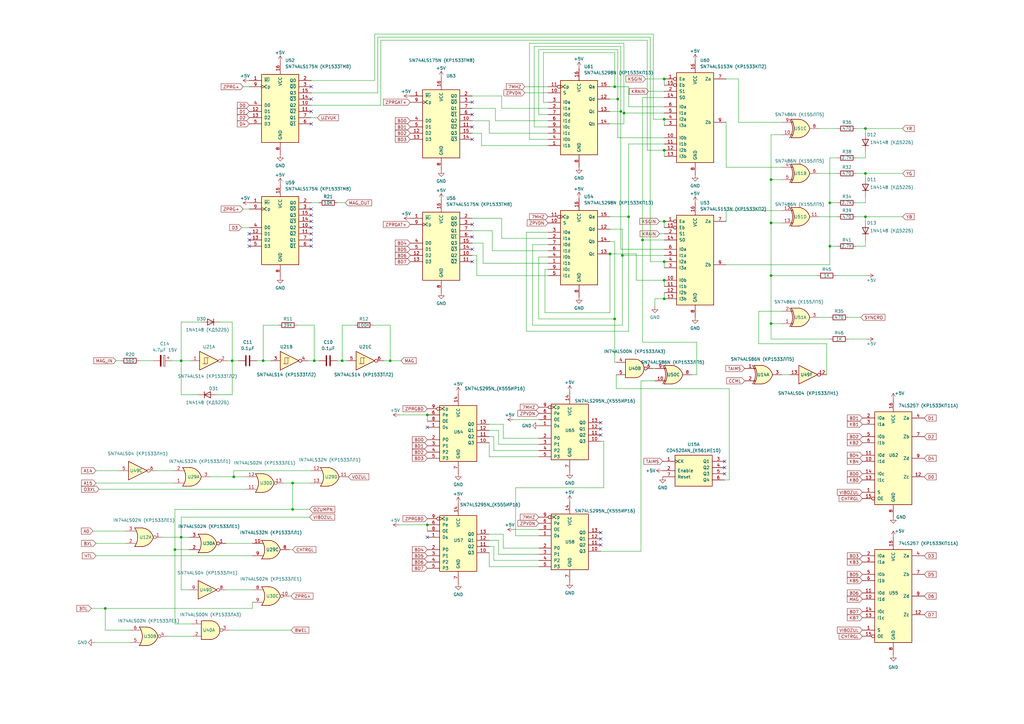
<source format=kicad_sch>
(kicad_sch (version 20211123) (generator eeschema)
  (paper "A3")
  (title_block (comment 2 "Евстафьев"))
  (junction (at 255.27 104.775))
  (junction (at 831.215 113.665))
  (junction (at 831.215 139.065))
  (junction (at 815.975 139.065))
  (junction (at 316.23 132.715))
  (junction (at 263.525 98.425))
  (junction (at 354.965 52.705))
  (junction (at 899.795 139.065))
  (junction (at 71.755 225.425))
  (junction (at 899.795 113.665))
  (junction (at 815.975 113.665))
  (junction (at 175.26 170.18))
  (junction (at 316.23 91.44))
  (junction (at 316.23 73.66))
  (junction (at 107.95 147.955))
  (junction (at 864.87 139.065))
  (junction (at 140.335 147.955))
  (junction (at 272.415 48.895))
  (junction (at 254.635 45.72))
  (junction (at 95.885 195.58))
  (junction (at 272.415 122.555))
  (junction (at 74.295 147.955))
  (junction (at 800.1 113.665))
  (junction (at 252.095 35.56))
  (junction (at 252.095 130.81))
  (junction (at 43.18 249.555))
  (junction (at 255.905 46.355))
  (junction (at 95.25 147.955))
  (junction (at 257.81 88.9))
  (junction (at 864.87 113.665))
  (junction (at 175.26 215.265))
  (junction (at 354.965 71.12))
  (junction (at 272.415 114.935))
  (junction (at 74.295 220.345))
  (junction (at 272.415 90.805))
  (junction (at 120.015 198.12))
  (junction (at 848.36 139.065))
  (junction (at 120.015 208.915))
  (junction (at 340.36 83.185))
  (junction (at 881.38 139.065))
  (junction (at 316.23 113.03))
  (junction (at 272.415 61.595))
  (junction (at 160.02 147.955))
  (junction (at 354.965 88.9))
  (junction (at 340.36 100.965))
  (junction (at 128.905 147.955))
  (junction (at 272.415 32.385))
  (junction (at 272.415 107.315))
  (junction (at 881.38 113.665))
  (junction (at 250.19 104.14))
  (junction (at 848.36 113.665))
  (junction (at 253.365 40.64))
  (junction (at 800.1 139.065))
  (no_connect (at 768.35 175.895))
  (no_connect (at 720.09 206.375))
  (no_connect (at 193.675 102.235))
  (no_connect (at 783.59 206.375))
  (no_connect (at 127.635 100.965))
  (no_connect (at 102.235 95.885))
  (no_connect (at 829.945 240.665))
  (no_connect (at 1003.3 201.93))
  (no_connect (at 102.235 100.965))
  (no_connect (at 127.635 85.725))
  (no_connect (at 127.635 90.805))
  (no_connect (at 988.06 232.41))
  (no_connect (at 806.45 240.665))
  (no_connect (at 739.14 241.935))
  (no_connect (at 988.06 199.39))
  (no_connect (at 797.56 240.665))
  (no_connect (at 127.635 93.345))
  (no_connect (at 988.06 186.055))
  (no_connect (at 246.38 178.435))
  (no_connect (at 297.18 194.31))
  (no_connect (at 193.675 41.91))
  (no_connect (at 193.675 97.155))
  (no_connect (at 788.035 175.895))
  (no_connect (at 246.38 173.355))
  (no_connect (at 723.9 244.475))
  (no_connect (at 127.635 88.265))
  (no_connect (at 246.38 223.52))
  (no_connect (at 821.69 240.665))
  (no_connect (at 246.38 218.44))
  (no_connect (at 246.38 175.895))
  (no_connect (at 783.59 173.355))
  (no_connect (at 193.675 107.315))
  (no_connect (at 127.635 95.885))
  (no_connect (at 297.18 189.23))
  (no_connect (at 297.18 191.77))
  (no_connect (at 127.635 98.425))
  (no_connect (at 704.85 206.375))
  (no_connect (at 127.635 40.64))
  (no_connect (at 127.635 35.56))
  (no_connect (at 723.9 239.395))
  (no_connect (at 175.26 220.345))
  (no_connect (at 1003.3 229.87))
  (no_connect (at 246.38 220.98))
  (no_connect (at 988.06 191.135))
  (no_connect (at 845.185 240.665))
  (no_connect (at 782.32 240.665))
  (no_connect (at 127.635 45.72))
  (no_connect (at 798.83 206.375))
  (no_connect (at 803.275 173.355))
  (no_connect (at 175.26 175.26))
  (no_connect (at 102.235 98.425))
  (no_connect (at 1003.3 188.595))
  (no_connect (at 193.675 92.075))
  (no_connect (at 988.06 204.47))
  (no_connect (at 193.675 52.07))
  (no_connect (at 788.035 170.815))
  (no_connect (at 768.35 170.815))
  (no_connect (at 193.675 57.15))
  (no_connect (at 988.06 227.33))
  (no_connect (at 193.675 46.99))
  (no_connect (at 127.635 50.8))
  (wire (pts (xy 220.98 46.99) (xy 220.98 20.32)))
  (wire (pts (xy 257.81 135.89) (xy 215.9 135.89)))
  (wire (pts (xy 254.635 45.72) (xy 250.19 45.72)))
  (wire (pts (xy 210.82 172.085) (xy 220.98 172.085)))
  (wire (pts (xy 253.365 56.515) (xy 253.365 40.64)))
  (wire (pts (xy 257.81 59.055) (xy 272.415 59.055)))
  (wire (pts (xy 156.21 16.51) (xy 156.21 43.18)))
  (wire (pts (xy 270.51 95.885) (xy 272.415 95.885)))
  (wire (pts (xy 320.675 153.67) (xy 323.85 153.67)))
  (wire (pts (xy 254.635 102.235) (xy 272.415 102.235)))
  (wire (pts (xy 224.79 41.91) (xy 222.885 41.91)))
  (wire (pts (xy 82.55 132.08) (xy 74.295 132.08)))
  (wire (pts (xy 86.36 195.58) (xy 95.885 195.58)))
  (wire (pts (xy 340.36 83.185) (xy 343.535 83.185)))
  (wire (pts (xy 881.38 139.065) (xy 899.795 139.065)))
  (wire (pts (xy 316.23 132.715) (xy 316.23 113.03)))
  (wire (pts (xy 260.985 114.935) (xy 260.985 104.14)))
  (wire (pts (xy 355.6 113.03) (xy 342.9 113.03)))
  (wire (pts (xy 311.15 127.635) (xy 320.675 127.635)))
  (wire (pts (xy 195.58 104.775) (xy 195.58 113.03)))
  (wire (pts (xy 272.415 61.595) (xy 265.43 61.595)))
  (wire (pts (xy 202.565 224.155) (xy 202.565 229.87)))
  (wire (pts (xy 316.23 73.66) (xy 320.675 73.66)))
  (wire (pts (xy 43.18 258.445) (xy 43.18 249.555)))
  (wire (pts (xy 127.635 193.04) (xy 95.885 193.04)))
  (wire (pts (xy 68.58 260.985) (xy 78.74 260.985)))
  (wire (pts (xy 800.1 113.665) (xy 815.975 113.665)))
  (wire (pts (xy 285.75 140.335) (xy 285.75 153.67)))
  (wire (pts (xy 257.81 88.9) (xy 257.81 59.055)))
  (wire (pts (xy 297.815 50.165) (xy 297.815 68.58)))
  (wire (pts (xy 335.915 52.705) (xy 343.535 52.705)))
  (wire (pts (xy 95.25 161.925) (xy 95.25 147.955)))
  (wire (pts (xy 47.625 147.955) (xy 49.53 147.955)))
  (wire (pts (xy 815.975 113.665) (xy 831.215 113.665)))
  (wire (pts (xy 160.02 147.955) (xy 164.465 147.955)))
  (wire (pts (xy 223.52 110.49) (xy 223.52 128.27)))
  (wire (pts (xy 272.415 90.805) (xy 272.415 93.345)))
  (wire (pts (xy 254.635 45.72) (xy 254.635 102.235)))
  (wire (pts (xy 848.36 113.665) (xy 864.87 113.665)))
  (wire (pts (xy 140.335 133.35) (xy 140.335 147.955)))
  (wire (pts (xy 272.415 56.515) (xy 253.365 56.515)))
  (wire (pts (xy 202.565 179.07) (xy 202.565 184.785)))
  (wire (pts (xy 255.27 104.775) (xy 255.27 93.98)))
  (wire (pts (xy 268.605 151.13) (xy 267.97 151.13)))
  (wire (pts (xy 210.82 217.17) (xy 220.98 217.17)))
  (wire (pts (xy 247.65 200.025) (xy 211.455 200.025)))
  (wire (pts (xy 202.565 184.785) (xy 220.98 184.785)))
  (wire (pts (xy 297.815 90.805) (xy 297.815 86.36)))
  (wire (pts (xy 116.205 198.12) (xy 120.015 198.12)))
  (wire (pts (xy 205.74 44.45) (xy 224.79 44.45)))
  (wire (pts (xy 204.47 227.33) (xy 220.98 227.33)))
  (wire (pts (xy 881.38 113.665) (xy 899.795 113.665)))
  (wire (pts (xy 340.36 100.965) (xy 340.36 83.185)))
  (wire (pts (xy 93.98 258.445) (xy 119.38 258.445)))
  (wire (pts (xy 257.81 43.815) (xy 257.81 35.56)))
  (wire (pts (xy 297.18 196.85) (xy 299.085 196.85)))
  (wire (pts (xy 354.965 80.645) (xy 354.965 83.185)))
  (wire (pts (xy 272.415 107.315) (xy 272.415 109.855)))
  (wire (pts (xy 262.89 226.06) (xy 262.89 156.21)))
  (wire (pts (xy 107.95 133.35) (xy 107.95 147.955)))
  (wire (pts (xy 204.47 221.615) (xy 204.47 227.33)))
  (wire (pts (xy 354.965 52.705) (xy 354.965 54.61)))
  (wire (pts (xy 154.94 15.24) (xy 266.7 15.24)))
  (wire (pts (xy 74.295 212.09) (xy 74.295 220.345)))
  (wire (pts (xy 220.98 20.32) (xy 253.365 20.32)))
  (wire (pts (xy 153.035 133.35) (xy 160.02 133.35)))
  (wire (pts (xy 88.9 161.925) (xy 95.25 161.925)))
  (wire (pts (xy 193.675 104.775) (xy 195.58 104.775)))
  (wire (pts (xy 848.36 139.065) (xy 864.87 139.065)))
  (wire (pts (xy 250.19 128.27) (xy 250.19 104.14)))
  (wire (pts (xy 74.295 147.955) (xy 78.105 147.955)))
  (wire (pts (xy 339.09 153.67) (xy 339.09 140.97)))
  (wire (pts (xy 257.81 88.9) (xy 257.81 135.89)))
  (wire (pts (xy 39.37 222.885) (xy 51.435 222.885)))
  (wire (pts (xy 103.505 249.555) (xy 43.18 249.555)))
  (wire (pts (xy 195.58 113.03) (xy 224.79 113.03)))
  (wire (pts (xy 215.265 38.1) (xy 224.79 38.1)))
  (wire (pts (xy 354.965 52.705) (xy 370.205 52.705)))
  (wire (pts (xy 320.675 132.715) (xy 316.23 132.715)))
  (wire (pts (xy 297.815 108.585) (xy 340.36 108.585)))
  (wire (pts (xy 263.525 40.005) (xy 263.525 98.425)))
  (wire (pts (xy 250.19 99.06) (xy 252.095 99.06)))
  (wire (pts (xy 120.015 225.425) (xy 118.745 225.425)))
  (wire (pts (xy 200.66 232.41) (xy 220.98 232.41)))
  (wire (pts (xy 215.9 95.25) (xy 224.79 95.25)))
  (wire (pts (xy 99.695 85.725) (xy 102.235 85.725)))
  (wire (pts (xy 815.975 139.065) (xy 831.215 139.065)))
  (wire (pts (xy 302.895 32.385) (xy 302.895 50.165)))
  (wire (pts (xy 255.905 50.8) (xy 250.19 50.8)))
  (wire (pts (xy 140.335 147.955) (xy 142.24 147.955)))
  (wire (pts (xy 119.38 244.475) (xy 118.745 244.475)))
  (wire (pts (xy 355.6 139.065) (xy 347.98 139.065)))
  (wire (pts (xy 250.19 88.9) (xy 257.81 88.9)))
  (wire (pts (xy 272.415 98.425) (xy 263.525 98.425)))
  (wire (pts (xy 193.675 94.615) (xy 201.93 94.615)))
  (wire (pts (xy 266.7 107.315) (xy 272.415 107.315)))
  (wire (pts (xy 200.66 49.53) (xy 200.66 54.61)))
  (wire (pts (xy 272.415 48.895) (xy 272.415 51.435)))
  (wire (pts (xy 247.65 180.975) (xy 247.65 200.025)))
  (wire (pts (xy 262.89 156.21) (xy 268.605 156.21)))
  (wire (pts (xy 316.23 113.03) (xy 335.28 113.03)))
  (wire (pts (xy 206.375 179.705) (xy 220.98 179.705)))
  (wire (pts (xy 354.965 83.185) (xy 351.155 83.185)))
  (wire (pts (xy 74.295 132.08) (xy 74.295 147.955)))
  (wire (pts (xy 302.895 50.165) (xy 320.675 50.165)))
  (wire (pts (xy 272.415 61.595) (xy 272.415 64.135)))
  (wire (pts (xy 95.885 193.04) (xy 95.885 195.58)))
  (wire (pts (xy 197.485 54.61) (xy 197.485 59.69)))
  (wire (pts (xy 339.09 140.97) (xy 311.15 140.97)))
  (wire (pts (xy 93.345 147.955) (xy 95.25 147.955)))
  (wire (pts (xy 267.97 13.97) (xy 267.97 48.895)))
  (wire (pts (xy 193.675 39.37) (xy 205.74 39.37)))
  (wire (pts (xy 266.065 37.465) (xy 272.415 37.465)))
  (wire (pts (xy 272.415 114.935) (xy 260.985 114.935)))
  (wire (pts (xy 175.26 170.18) (xy 175.26 172.72)))
  (wire (pts (xy 198.12 99.695) (xy 198.12 107.95)))
  (wire (pts (xy 203.2 49.53) (xy 224.79 49.53)))
  (wire (pts (xy 255.905 46.355) (xy 255.905 50.8)))
  (wire (pts (xy 320.675 55.245) (xy 316.23 55.245)))
  (wire (pts (xy 57.15 147.955) (xy 62.865 147.955)))
  (wire (pts (xy 74.295 241.935) (xy 74.295 220.345)))
  (wire (pts (xy 266.7 15.24) (xy 266.7 107.315)))
  (wire (pts (xy 204.47 176.53) (xy 204.47 182.245)))
  (wire (pts (xy 864.87 139.065) (xy 881.38 139.065)))
  (wire (pts (xy 351.155 88.9) (xy 354.965 88.9)))
  (wire (pts (xy 340.36 108.585) (xy 340.36 100.965)))
  (wire (pts (xy 39.37 198.12) (xy 71.12 198.12)))
  (wire (pts (xy 255.905 46.355) (xy 272.415 46.355)))
  (wire (pts (xy 800.1 139.065) (xy 800.1 140.97)))
  (wire (pts (xy 77.47 241.935) (xy 74.295 241.935)))
  (wire (pts (xy 114.3 133.35) (xy 107.95 133.35)))
  (wire (pts (xy 246.38 180.975) (xy 247.65 180.975)))
  (wire (pts (xy 340.36 64.77) (xy 340.36 83.185)))
  (wire (pts (xy 864.87 113.665) (xy 881.38 113.665)))
  (wire (pts (xy 272.415 122.555) (xy 268.605 122.555)))
  (wire (pts (xy 264.795 32.385) (xy 272.415 32.385)))
  (wire (pts (xy 215.265 35.56) (xy 224.79 35.56)))
  (wire (pts (xy 126.365 147.955) (xy 128.905 147.955)))
  (wire (pts (xy 198.12 107.95) (xy 224.79 107.95)))
  (wire (pts (xy 252.095 99.06) (xy 252.095 130.81)))
  (wire (pts (xy 222.885 21.59) (xy 252.095 21.59)))
  (wire (pts (xy 211.455 200.025) (xy 211.455 219.71)))
  (wire (pts (xy 200.66 219.075) (xy 206.375 219.075)))
  (wire (pts (xy 105.41 147.955) (xy 107.95 147.955)))
  (wire (pts (xy 255.27 133.35) (xy 255.27 104.775)))
  (wire (pts (xy 130.175 48.26) (xy 127.635 48.26)))
  (wire (pts (xy 354.965 98.425) (xy 354.965 100.965)))
  (wire (pts (xy 343.535 100.965) (xy 340.36 100.965)))
  (wire (pts (xy 255.27 104.775) (xy 272.415 104.775)))
  (wire (pts (xy 74.295 220.345) (xy 77.47 220.345)))
  (wire (pts (xy 145.415 133.35) (xy 140.335 133.35)))
  (wire (pts (xy 99.06 93.345) (xy 102.235 93.345)))
  (wire (pts (xy 205.74 39.37) (xy 205.74 44.45)))
  (wire (pts (xy 200.66 226.695) (xy 200.66 232.41)))
  (wire (pts (xy 92.71 222.885) (xy 103.505 222.885)))
  (wire (pts (xy 127.635 33.02) (xy 153.67 33.02)))
  (wire (pts (xy 193.675 89.535) (xy 205.74 89.535)))
  (wire (pts (xy 354.965 100.965) (xy 351.155 100.965)))
  (wire (pts (xy 224.79 52.07) (xy 219.075 52.07)))
  (wire (pts (xy 128.905 147.955) (xy 130.81 147.955)))
  (wire (pts (xy 66.675 220.345) (xy 74.295 220.345)))
  (wire (pts (xy 200.66 221.615) (xy 204.47 221.615)))
  (wire (pts (xy 267.97 48.895) (xy 272.415 48.895)))
  (wire (pts (xy 265.43 61.595) (xy 265.43 16.51)))
  (wire (pts (xy 285.75 153.67) (xy 283.845 153.67)))
  (wire (pts (xy 800.1 111.76) (xy 800.1 113.665)))
  (wire (pts (xy 120.015 198.12) (xy 120.015 208.915)))
  (wire (pts (xy 335.915 71.12) (xy 343.535 71.12)))
  (wire (pts (xy 138.43 147.955) (xy 140.335 147.955)))
  (wire (pts (xy 200.66 187.325) (xy 220.98 187.325)))
  (wire (pts (xy 316.23 139.065) (xy 340.36 139.065)))
  (wire (pts (xy 39.37 227.965) (xy 103.505 227.965)))
  (wire (pts (xy 351.155 71.12) (xy 354.965 71.12)))
  (wire (pts (xy 299.085 159.385) (xy 252.73 159.385)))
  (wire (pts (xy 78.74 255.905) (xy 71.755 255.905)))
  (wire (pts (xy 206.375 173.99) (xy 206.375 179.705)))
  (wire (pts (xy 201.93 94.615) (xy 201.93 102.87)))
  (wire (pts (xy 120.015 208.915) (xy 127 208.915)))
  (wire (pts (xy 272.415 40.005) (xy 263.525 40.005)))
  (wire (pts (xy 193.675 49.53) (xy 200.66 49.53)))
  (wire (pts (xy 203.2 44.45) (xy 203.2 49.53)))
  (wire (pts (xy 127.635 83.185) (xy 130.81 83.185)))
  (wire (pts (xy 831.215 139.065) (xy 848.36 139.065)))
  (wire (pts (xy 222.885 41.91) (xy 222.885 21.59)))
  (wire (pts (xy 815.975 139.065) (xy 800.1 139.065)))
  (wire (pts (xy 253.365 20.32) (xy 253.365 40.64)))
  (wire (pts (xy 175.26 215.265) (xy 175.26 217.805)))
  (wire (pts (xy 316.23 55.245) (xy 316.23 73.66)))
  (wire (pts (xy 127 212.09) (xy 74.295 212.09)))
  (wire (pts (xy 899.795 113.665) (xy 916.305 113.665)))
  (wire (pts (xy 297.815 86.36) (xy 320.675 86.36)))
  (wire (pts (xy 193.675 99.695) (xy 198.12 99.695)))
  (wire (pts (xy 64.135 193.04) (xy 71.12 193.04)))
  (wire (pts (xy 254.635 19.05) (xy 254.635 45.72)))
  (wire (pts (xy 257.81 35.56) (xy 252.095 35.56)))
  (wire (pts (xy 127.635 38.1) (xy 154.94 38.1)))
  (wire (pts (xy 217.17 57.15) (xy 217.17 17.78)))
  (wire (pts (xy 224.79 100.33) (xy 218.44 100.33)))
  (wire (pts (xy 354.965 88.9) (xy 370.205 88.9)))
  (wire (pts (xy 335.915 130.175) (xy 340.36 130.175)))
  (wire (pts (xy 74.295 161.925) (xy 74.295 147.955)))
  (wire (pts (xy 353.06 130.175) (xy 347.98 130.175)))
  (wire (pts (xy 38.1 217.805) (xy 51.435 217.805)))
  (wire (pts (xy 103.505 247.015) (xy 103.505 249.555)))
  (wire (pts (xy 219.075 19.05) (xy 254.635 19.05)))
  (wire (pts (xy 121.92 133.35) (xy 128.905 133.35)))
  (wire (pts (xy 223.52 128.27) (xy 250.19 128.27)))
  (wire (pts (xy 250.19 40.64) (xy 253.365 40.64)))
  (wire (pts (xy 354.965 62.23) (xy 354.965 64.77)))
  (wire (pts (xy 154.94 38.1) (xy 154.94 15.24)))
  (wire (pts (xy 81.28 161.925) (xy 74.295 161.925)))
  (wire (pts (xy 200.66 54.61) (xy 224.79 54.61)))
  (wire (pts (xy 95.25 147.955) (xy 97.79 147.955)))
  (wire (pts (xy 354.965 88.9) (xy 354.965 90.805)))
  (wire (pts (xy 160.02 133.35) (xy 160.02 147.955)))
  (wire (pts (xy 107.95 147.955) (xy 111.125 147.955)))
  (wire (pts (xy 219.075 52.07) (xy 219.075 19.05)))
  (wire (pts (xy 831.215 113.665) (xy 848.36 113.665)))
  (wire (pts (xy 252.095 35.56) (xy 250.19 35.56)))
  (wire (pts (xy 206.375 219.075) (xy 206.375 224.79)))
  (wire (pts (xy 202.565 229.87) (xy 220.98 229.87)))
  (wire (pts (xy 92.71 241.935) (xy 103.505 241.935)))
  (wire (pts (xy 272.415 114.935) (xy 272.415 117.475)))
  (wire (pts (xy 311.15 140.97) (xy 311.15 127.635)))
  (wire (pts (xy 343.535 64.77) (xy 340.36 64.77)))
  (wire (pts (xy 53.34 258.445) (xy 43.18 258.445)))
  (wire (pts (xy 200.66 179.07) (xy 202.565 179.07)))
  (wire (pts (xy 263.525 98.425) (xy 263.525 140.335)))
  (wire (pts (xy 200.66 224.155) (xy 202.565 224.155)))
  (wire (pts (xy 99.695 35.56) (xy 102.235 35.56)))
  (wire (pts (xy 220.98 130.81) (xy 220.98 105.41)))
  (wire (pts (xy 205.74 97.79) (xy 224.79 97.79)))
  (wire (pts (xy 39.37 193.04) (xy 48.895 193.04)))
  (wire (pts (xy 354.965 71.12) (xy 370.205 71.12)))
  (wire (pts (xy 316.23 132.715) (xy 316.23 139.065)))
  (wire (pts (xy 40.64 200.66) (xy 100.965 200.66)))
  (wire (pts (xy 255.905 17.78) (xy 255.905 46.355)))
  (wire (pts (xy 246.38 226.06) (xy 262.89 226.06)))
  (wire (pts (xy 206.375 224.79) (xy 220.98 224.79)))
  (wire (pts (xy 153.67 33.02) (xy 153.67 13.97)))
  (wire (pts (xy 70.485 147.955) (xy 74.295 147.955)))
  (wire (pts (xy 163.83 170.18) (xy 175.26 170.18)))
  (wire (pts (xy 193.675 54.61) (xy 197.485 54.61)))
  (wire (pts (xy 299.085 196.85) (xy 299.085 159.385)))
  (wire (pts (xy 141.605 83.185) (xy 138.43 83.185)))
  (wire (pts (xy 163.83 215.265) (xy 175.26 215.265)))
  (wire (pts (xy 90.17 132.08) (xy 95.25 132.08)))
  (wire (pts (xy 43.18 249.555) (xy 37.465 249.555)))
  (wire (pts (xy 95.885 195.58) (xy 100.965 195.58)))
  (wire (pts (xy 200.66 173.99) (xy 206.375 173.99)))
  (wire (pts (xy 95.25 132.08) (xy 95.25 147.955)))
  (wire (pts (xy 265.43 16.51) (xy 156.21 16.51)))
  (wire (pts (xy 335.915 88.9) (xy 343.535 88.9)))
  (wire (pts (xy 220.98 105.41) (xy 224.79 105.41)))
  (wire (pts (xy 71.755 208.915) (xy 120.015 208.915)))
  (wire (pts (xy 263.525 140.335) (xy 285.75 140.335)))
  (wire (pts (xy 71.755 225.425) (xy 77.47 225.425)))
  (wire (pts (xy 260.985 104.14) (xy 250.19 104.14)))
  (wire (pts (xy 252.095 130.81) (xy 252.095 148.59)))
  (wire (pts (xy 215.9 135.89) (xy 215.9 95.25)))
  (wire (pts (xy 252.73 159.385) (xy 252.73 153.67)))
  (wire (pts (xy 204.47 182.245) (xy 220.98 182.245)))
  (wire (pts (xy 201.93 102.87) (xy 224.79 102.87)))
  (wire (pts (xy 217.17 17.78) (xy 255.905 17.78)))
  (wire (pts (xy 297.815 32.385) (xy 302.895 32.385)))
  (wire (pts (xy 71.755 225.425) (xy 71.755 208.915)))
  (wire (pts (xy 272.415 32.385) (xy 272.415 34.925)))
  (wire (pts (xy 157.48 147.955) (xy 160.02 147.955)))
  (wire (pts (xy 128.905 133.35) (xy 128.905 147.955)))
  (wire (pts (xy 224.79 57.15) (xy 217.17 57.15)))
  (wire (pts (xy 255.27 93.98) (xy 250.19 93.98)))
  (wire (pts (xy 899.795 139.065) (xy 916.305 139.065)))
  (wire (pts (xy 71.755 255.905) (xy 71.755 225.425)))
  (wire (pts (xy 205.74 89.535) (xy 205.74 97.79)))
  (wire (pts (xy 297.815 68.58) (xy 320.675 68.58)))
  (wire (pts (xy 316.23 91.44) (xy 320.675 91.44)))
  (wire (pts (xy 351.155 52.705) (xy 354.965 52.705)))
  (wire (pts (xy 218.44 100.33) (xy 218.44 133.35)))
  (wire (pts (xy 197.485 59.69) (xy 224.79 59.69)))
  (wire (pts (xy 252.095 21.59) (xy 252.095 35.56)))
  (wire (pts (xy 224.79 46.99) (xy 220.98 46.99)))
  (wire (pts (xy 211.455 219.71) (xy 220.98 219.71)))
  (wire (pts (xy 354.965 71.12) (xy 354.965 73.025)))
  (wire (pts (xy 193.675 44.45) (xy 203.2 44.45)))
  (wire (pts (xy 38.735 263.525) (xy 53.34 263.525)))
  (wire (pts (xy 218.44 133.35) (xy 255.27 133.35)))
  (wire (pts (xy 153.67 13.97) (xy 267.97 13.97)))
  (wire (pts (xy 252.095 148.59) (xy 252.73 148.59)))
  (wire (pts (xy 316.23 91.44) (xy 316.23 113.03)))
  (wire (pts (xy 156.21 43.18) (xy 127.635 43.18)))
  (wire (pts (xy 224.79 110.49) (xy 223.52 110.49)))
  (wire (pts (xy 316.23 73.66) (xy 316.23 91.44)))
  (wire (pts (xy 272.415 43.815) (xy 257.81 43.815)))
  (wire (pts (xy 272.415 120.015) (xy 272.415 122.555)))
  (wire (pts (xy 268.605 122.555) (xy 268.605 125.73)))
  (wire (pts (xy 252.095 130.81) (xy 220.98 130.81)))
  (wire (pts (xy 270.51 90.805) (xy 272.415 90.805)))
  (wire (pts (xy 200.66 181.61) (xy 200.66 187.325)))
  (wire (pts (xy 120.015 198.12) (xy 127.635 198.12)))
  (wire (pts (xy 200.66 176.53) (xy 204.47 176.53)))
  (wire (pts (xy 354.965 64.77) (xy 351.155 64.77)))
  (global_label "ЧТL" (shape input) (at 39.37 227.965 180) (property "Intersheet References" "${INTERSHEET_REFS}" (effects hide)))
  (global_label "D4" (shape input) (at 102.235 50.8 180) (property "Intersheet References" "${INTERSHEET_REFS}" (effects hide)))
  (global_label "BD6" (shape input) (at 168.275 104.775 180) (property "Intersheet References" "${INTERSHEET_REFS}" (effects hide)))
  (global_label "KSGIN" (shape input) (at 264.795 32.385 180) (property "Intersheet References" "${INTERSHEET_REFS}" (effects hide)))
  (global_label "BD3" (shape input) (at 175.26 187.96 180) (property "Intersheet References" "${INTERSHEET_REFS}" (effects hide)))
  (global_label "A15" (shape input) (at 39.37 198.12 180) (property "Intersheet References" "${INTERSHEET_REFS}" (effects hide)))
  (global_label "VOZUL" (shape input) (at 142.875 195.58 0) (property "Intersheet References" "${INTERSHEET_REFS}" (effects hide)))
  (global_label "7MHZ" (shape input) (at 220.98 212.09 180) (property "Intersheet References" "${INTERSHEET_REFS}" (effects hide)))
  (global_label "ZPVDN" (shape input) (at 220.98 169.545 180) (property "Intersheet References" "${INTERSHEET_REFS}" (effects hide)))
  (global_label "ZPRG+" (shape input) (at 99.695 35.56 180) (property "Intersheet References" "${INTERSHEET_REFS}" (effects hide)))
  (global_label "UZVUK" (shape input) (at 130.175 48.26 0) (property "Intersheet References" "${INTERSHEET_REFS}" (effects hide)))
  (global_label "BD0" (shape input) (at 175.26 180.34 180) (property "Intersheet References" "${INTERSHEET_REFS}" (effects hide)))
  (global_label "BD5" (shape input) (at 168.275 102.235 180) (property "Intersheet References" "${INTERSHEET_REFS}" (effects hide)))
  (global_label "VIBOZUL" (shape input) (at 353.695 258.445 180) (property "Intersheet References" "${INTERSHEET_REFS}" (effects hide)))
  (global_label "BD4" (shape input) (at 175.26 225.425 180) (property "Intersheet References" "${INTERSHEET_REFS}" (effects hide)))
  (global_label "A0" (shape input) (at 38.1 217.805 180) (property "Intersheet References" "${INTERSHEET_REFS}" (effects hide)))
  (global_label "ZPRGBD" (shape input) (at 175.26 212.725 180) (property "Intersheet References" "${INTERSHEET_REFS}" (effects hide)))
  (global_label "ZPVDN" (shape input) (at 220.98 214.63 180) (property "Intersheet References" "${INTERSHEET_REFS}" (effects hide)))
  (global_label "D6" (shape input) (at 379.095 244.475 0) (property "Intersheet References" "${INTERSHEET_REFS}" (effects hide)))
  (global_label "7MHZ" (shape input) (at 224.79 88.9 180) (property "Intersheet References" "${INTERSHEET_REFS}" (effects hide)))
  (global_label "BD5" (shape input) (at 175.26 227.965 180) (property "Intersheet References" "${INTERSHEET_REFS}" (effects hide)))
  (global_label "KSGIN" (shape input) (at 270.51 90.805 180) (property "Intersheet References" "${INTERSHEET_REFS}" (effects hide)))
  (global_label "YG" (shape input) (at 370.205 71.12 0) (property "Intersheet References" "${INTERSHEET_REFS}" (effects hide)))
  (global_label "KB1" (shape input) (at 353.695 173.99 180) (property "Intersheet References" "${INTERSHEET_REFS}" (effects hide)))
  (global_label "ZPVDN" (shape input) (at 215.265 38.1 180) (property "Intersheet References" "${INTERSHEET_REFS}" (effects hide)))
  (global_label "D4" (shape input) (at 379.095 187.96 0) (property "Intersheet References" "${INTERSHEET_REFS}" (effects hide)))
  (global_label "BD4" (shape input) (at 168.275 99.695 180) (property "Intersheet References" "${INTERSHEET_REFS}" (effects hide)))
  (global_label "KRAIN" (shape input) (at 266.065 37.465 180) (property "Intersheet References" "${INTERSHEET_REFS}" (effects hide)))
  (global_label "BD1" (shape input) (at 168.275 52.07 180) (property "Intersheet References" "${INTERSHEET_REFS}" (effects hide)))
  (global_label "ВУL" (shape input) (at 39.37 222.885 180) (property "Intersheet References" "${INTERSHEET_REFS}" (effects hide)))
  (global_label "CHTRGL" (shape input) (at 353.695 204.47 180) (property "Intersheet References" "${INTERSHEET_REFS}" (effects hide)))
  (global_label "BD5" (shape input) (at 353.695 235.585 180) (property "Intersheet References" "${INTERSHEET_REFS}" (effects hide)))
  (global_label "VIBOZUL" (shape input) (at 127 212.09 0) (property "Intersheet References" "${INTERSHEET_REFS}" (effects hide)))
  (global_label "BD1" (shape input) (at 353.695 171.45 180) (property "Intersheet References" "${INTERSHEET_REFS}" (effects hide)))
  (global_label "YR" (shape input) (at 370.205 52.705 0) (property "Intersheet References" "${INTERSHEET_REFS}" (effects hide)))
  (global_label "BD2" (shape input) (at 353.695 179.07 180) (property "Intersheet References" "${INTERSHEET_REFS}" (effects hide)))
  (global_label "TAIMS" (shape input) (at 305.435 151.13 180) (property "Intersheet References" "${INTERSHEET_REFS}" (effects hide)))
  (global_label "CHTRGL" (shape input) (at 120.015 225.425 0) (property "Intersheet References" "${INTERSHEET_REFS}" (effects hide)))
  (global_label "KRAIN" (shape input) (at 270.51 95.885 180) (property "Intersheet References" "${INTERSHEET_REFS}" (effects hide)))
  (global_label "D7" (shape input) (at 379.095 252.095 0) (property "Intersheet References" "${INTERSHEET_REFS}" (effects hide)))
  (global_label "BD6" (shape input) (at 175.26 230.505 180) (property "Intersheet References" "${INTERSHEET_REFS}" (effects hide)))
  (global_label "BD2" (shape input) (at 175.26 185.42 180) (property "Intersheet References" "${INTERSHEET_REFS}" (effects hide)))
  (global_label "D2" (shape input) (at 379.095 179.07 0) (property "Intersheet References" "${INTERSHEET_REFS}" (effects hide)))
  (global_label "BD6" (shape input) (at 353.695 243.205 180) (property "Intersheet References" "${INTERSHEET_REFS}" (effects hide)))
  (global_label "BD3" (shape input) (at 353.695 227.965 180) (property "Intersheet References" "${INTERSHEET_REFS}" (effects hide)))
  (global_label "BD2" (shape input) (at 168.275 54.61 180) (property "Intersheet References" "${INTERSHEET_REFS}" (effects hide)))
  (global_label "D1" (shape input) (at 102.235 45.72 180) (property "Intersheet References" "${INTERSHEET_REFS}" (effects hide)))
  (global_label "CCML" (shape input) (at 305.435 156.21 180) (property "Intersheet References" "${INTERSHEET_REFS}" (effects hide)))
  (global_label "7MHZ" (shape input) (at 215.265 35.56 180) (property "Intersheet References" "${INTERSHEET_REFS}" (effects hide)))
  (global_label "KB3" (shape input) (at 353.695 230.505 180) (property "Intersheet References" "${INTERSHEET_REFS}" (effects hide)))
  (global_label "ZPRG+" (shape input) (at 99.695 85.725 180) (property "Intersheet References" "${INTERSHEET_REFS}" (effects hide)))
  (global_label "VIBOZUL" (shape input) (at 353.695 201.93 180) (property "Intersheet References" "${INTERSHEET_REFS}" (effects hide)))
  (global_label "ZPRGAT+" (shape input) (at 168.275 41.91 180) (property "Intersheet References" "${INTERSHEET_REFS}" (effects hide)))
  (global_label "KB0" (shape input) (at 353.695 196.85 180) (property "Intersheet References" "${INTERSHEET_REFS}" (effects hide)))
  (global_label "BD7" (shape input) (at 353.695 250.825 180) (property "Intersheet References" "${INTERSHEET_REFS}" (effects hide)))
  (global_label "KB7" (shape input) (at 353.695 253.365 180) (property "Intersheet References" "${INTERSHEET_REFS}" (effects hide)))
  (global_label "KB4" (shape input) (at 353.695 189.23 180) (property "Intersheet References" "${INTERSHEET_REFS}" (effects hide)))
  (global_label "ZPRGAT+" (shape input) (at 168.275 92.075 180) (property "Intersheet References" "${INTERSHEET_REFS}" (effects hide)))
  (global_label "BD7" (shape input) (at 168.275 107.315 180) (property "Intersheet References" "${INTERSHEET_REFS}" (effects hide)))
  (global_label "BD4" (shape input) (at 353.695 186.69 180) (property "Intersheet References" "${INTERSHEET_REFS}" (effects hide)))
  (global_label "ZPRGBD" (shape input) (at 175.26 167.64 180) (property "Intersheet References" "${INTERSHEET_REFS}" (effects hide)))
  (global_label "SYNCRO" (shape input) (at 353.06 130.175 0) (property "Intersheet References" "${INTERSHEET_REFS}" (effects hide)))
  (global_label "BD0" (shape input) (at 353.695 194.31 180) (property "Intersheet References" "${INTERSHEET_REFS}" (effects hide)))
  (global_label "MAG_OUT" (shape input) (at 141.605 83.185 0) (property "Intersheet References" "${INTERSHEET_REFS}" (effects hide)))
  (global_label "D0" (shape input) (at 379.095 195.58 0) (property "Intersheet References" "${INTERSHEET_REFS}" (effects hide)))
  (global_label "MAG" (shape input) (at 164.465 147.955 0) (property "Intersheet References" "${INTERSHEET_REFS}" (effects hide)))
  (global_label "D5" (shape input) (at 379.095 235.585 0) (property "Intersheet References" "${INTERSHEET_REFS}" (effects hide)))
  (global_label "CHTRGL" (shape input) (at 353.695 260.985 180) (property "Intersheet References" "${INTERSHEET_REFS}" (effects hide)))
  (global_label "ЗПL" (shape input) (at 37.465 249.555 180) (property "Intersheet References" "${INTERSHEET_REFS}" (effects hide)))
  (global_label "ZPVDN" (shape input) (at 224.79 91.44 180) (property "Intersheet References" "${INTERSHEET_REFS}" (effects hide)))
  (global_label "A14" (shape input) (at 39.37 193.04 180) (property "Intersheet References" "${INTERSHEET_REFS}" (effects hide)))
  (global_label "BD3" (shape input) (at 168.275 57.15 180) (property "Intersheet References" "${INTERSHEET_REFS}" (effects hide)))
  (global_label "ОЗУL" (shape input) (at 40.64 200.66 180) (property "Intersheet References" "${INTERSHEET_REFS}" (effects hide)))
  (global_label "D3" (shape input) (at 379.095 227.965 0) (property "Intersheet References" "${INTERSHEET_REFS}" (effects hide)))
  (global_label "D2" (shape input) (at 102.235 48.26 180) (property "Intersheet References" "${INTERSHEET_REFS}" (effects hide)))
  (global_label "ZPRG+" (shape input) (at 119.38 244.475 0) (property "Intersheet References" "${INTERSHEET_REFS}" (effects hide)))
  (global_label "BD7" (shape input) (at 175.26 233.045 180) (property "Intersheet References" "${INTERSHEET_REFS}" (effects hide)))
  (global_label "MAG" (shape input) (at 353.695 245.745 180) (property "Intersheet References" "${INTERSHEET_REFS}" (effects hide)))
  (global_label "KB2" (shape input) (at 353.695 181.61 180) (property "Intersheet References" "${INTERSHEET_REFS}" (effects hide)))
  (global_label "YB" (shape input) (at 370.205 88.9 0) (property "Intersheet References" "${INTERSHEET_REFS}" (effects hide)))
  (global_label "BD1" (shape input) (at 175.26 182.88 180) (property "Intersheet References" "${INTERSHEET_REFS}" (effects hide)))
  (global_label "TAIMS" (shape input) (at 271.78 189.23 180) (property "Intersheet References" "${INTERSHEET_REFS}" (effects hide)))
  (global_label "D0" (shape input) (at 102.235 43.18 180) (property "Intersheet References" "${INTERSHEET_REFS}" (effects hide)))
  (global_label "D3" (shape input) (at 99.06 93.345 180) (property "Intersheet References" "${INTERSHEET_REFS}" (effects hide)))
  (global_label "7MHZ" (shape input) (at 220.98 167.005 180) (property "Intersheet References" "${INTERSHEET_REFS}" (effects hide)))
  (global_label "BD0" (shape input) (at 168.275 49.53 180) (property "Intersheet References" "${INTERSHEET_REFS}" (effects hide)))
  (global_label "MAG_IN" (shape input) (at 47.625 147.955 180) (property "Intersheet References" "${INTERSHEET_REFS}" (effects hide)))
  (global_label "KB5" (shape input) (at 353.695 238.125 180) (property "Intersheet References" "${INTERSHEET_REFS}" (effects hide)))
  (global_label "BWEL" (shape input) (at 119.38 258.445 0) (property "Intersheet References" "${INTERSHEET_REFS}" (effects hide)))
  (global_label "OZUMPN" (shape input) (at 127 208.915 0) (property "Intersheet References" "${INTERSHEET_REFS}" (effects hide)))
  (global_label "D1" (shape input) (at 379.095 171.45 0) (property "Intersheet References" "${INTERSHEET_REFS}" (effects hide)))
  (symbol (lib_id "power:GND") (at 180.975 120.015 0) (unit 1)
    (property "Reference" "#PWR0185" (effects hide))
    (property "Value" "GND" (at 180.975 124.46 0))
  )
  (symbol (lib_id "Device:C") (at 101.6 147.955 90) (unit 1)
    (property "Reference" "C11" (at 101.6 140.335 90))
    (property "Value" "0.1µF" (at 101.6 142.875 90))
    (property "Footprint" "Capacitor_THT:C_Disc_D7.0mm_W2.5mm_P5.00mm" (effects hide))
  )
  (symbol (lib_id "Device:R") (at 347.345 71.12 90) (unit 1)
    (property "Reference" "R32" (at 347.345 68.58 90))
    (property "Value" "470" (at 347.345 71.12 90))
    (property "Footprint" "Resistor_THT:R_Axial_DIN0207_L6.3mm_D2.5mm_P10.16mm_Horizontal" (effects hide))
  )
  (symbol (lib_id "power:+5V") (at 355.6 139.065 270) (unit 1)
    (property "Reference" "#PWR0210" (effects hide))
    (property "Value" "+5V" (at 359.41 140.97 90) (effects (justify right)))
  )
  (symbol (lib_id "power:GND") (at 237.49 68.58 0) (unit 1)
    (property "Reference" "#PWR0193" (effects hide))
    (property "Value" "GND" (at 237.49 73.025 0))
  )
  (symbol (lib_id "74xx:74LS14") (at 837.565 240.665 0) (unit 6)
    (property "Reference" "U21" (at 837.565 231.775 0))
    (property "Value" "SN74ALS14 (КР1533ТЛ2)" (at 837.565 234.315 0))
    (property "Footprint" "Package_DIP:DIP-14_W7.62mm_Socket_LongPads" (effects hide))
    (property "Datasheet" "http://www.ti.com/lit/gpn/sn74LS14" (effects hide))
  )
  (symbol (lib_id "power:GND") (at 366.395 268.605 0) (unit 1)
    (property "Reference" "#PWR0212" (effects hide))
    (property "Value" "GND" (at 366.395 273.685 0))
  )
  (symbol (lib_id "74xx:74LS00") (at 86.36 258.445 0) (unit 1)
    (property "Reference" "U40" (at 85.725 258.445 0))
    (property "Value" "IN74ALS00N (КР1533ЛА3)" (at 86.36 252.095 0))
    (property "Footprint" "Package_DIP:DIP-14_W7.62mm_Socket_LongPads" (effects hide))
    (property "Datasheet" "http://www.ti.com/lit/gpn/sn74ls00" (effects hide))
  )
  (symbol (lib_id "Device:D") (at 354.965 94.615 90) (unit 1)
    (property "Reference" "D13" (at 357.505 91.44 90))
    (property "Value" "1N4148 (КД522Б)" (at 365.76 94.615 90))
    (property "Footprint" "Diode_THT:D_DO-35_SOD27_P10.16mm_Horizontal" (effects hide))
  )
  (symbol (lib_id "power:GND") (at 233.68 238.76 0) (unit 1)
    (property "Reference" "#PWR0201" (effects hide))
    (property "Value" "GND" (at 233.68 243.205 0))
  )
  (symbol (lib_id "74xx:74LS86") (at 313.055 153.67 0) (unit 1)
    (property "Reference" "U14" (at 313.055 153.67 0))
    (property "Value" "SN74ALS86N (КР1533ЛП5)" (at 312.7502 147.32 0))
    (property "Footprint" "Package_DIP:DIP-14_W7.62mm_Socket_LongPads" (effects hide))
    (property "Datasheet" "74xx/74ls86.pdf" (effects hide))
  )
  (symbol (lib_id "74xx:74LS32") (at 800.1 126.365 0) (unit 5)
    (property "Reference" "U29" (at 807.085 125.0949 0) (effects (justify left)))
    (property "Value" "IN74ALS32N (КР1533ЛЛ1)" (at 807.085 127.6349 0) (effects (justify left)))
    (property "Footprint" "Package_DIP:DIP-14_W7.62mm_Socket_LongPads" (effects hide))
    (property "Datasheet" "http://www.ti.com/lit/gpn/sn74LS32" (effects hide))
  )
  (symbol (lib_id "power:GND") (at 180.975 69.85 0) (unit 1)
    (property "Reference" "#PWR0180" (effects hide))
    (property "Value" "GND" (at 180.975 74.295 0))
  )
  (symbol (lib_id "Device:R") (at 149.225 133.35 90) (unit 1)
    (property "Reference" "R12" (at 149.225 130.81 90))
    (property "Value" "100K" (at 149.225 133.35 90))
    (property "Footprint" "Resistor_THT:R_Axial_DIN0207_L6.3mm_D2.5mm_P10.16mm_Horizontal" (effects hide))
  )
  (symbol (lib_id "74xx:74LS02") (at 59.055 220.345 0) (mirror x) (unit 1)
    (property "Reference" "U12" (at 59.69 220.345 0))
    (property "Value" "IN74ALS02N (КР1533ЛЕ1)" (at 59.055 213.36 0))
    (property "Footprint" "Package_DIP:DIP-14_W7.62mm_Socket_LongPads" (effects hide))
    (property "Datasheet" "http://www.ti.com/lit/gpn/sn74ls02" (effects hide))
  )
  (symbol (lib_id "w_connectors:SN74LS295N_(К555ИР16)") (at 233.68 180.975 0) (unit 1)
    (property "Reference" "U65" (at 231.775 176.53 0) (effects (justify left)))
    (property "Value" "SN74LS295N_(К555ИР16)" (at 235.6994 164.465 0) (effects (justify left)))
    (property "Footprint" "Package_DIP:DIP-14_W7.62mm_Socket_LongPads" (effects hide))
    (property "Datasheet" "http://www.ti.com/lit/gpn/sn74LS295" (effects hide))
  )
  (symbol (lib_id "power:GND") (at 285.115 71.755 0) (unit 1)
    (property "Reference" "#PWR0188" (effects hide))
    (property "Value" "GND" (at 285.115 76.2 0))
  )
  (symbol (lib_id "power:+5V") (at 237.49 27.94 0) (unit 1)
    (property "Reference" "#PWR0186" (effects hide))
    (property "Value" "+5V" (at 239.395 24.13 0) (effects (justify right)))
  )
  (symbol (lib_id "74xx:74LS14") (at 85.725 147.955 0) (unit 1)
    (property "Reference" "U21" (at 85.725 142.24 0))
    (property "Value" "SN74ALS14 (КР1533ТЛ2)" (at 85.09 154.305 0))
    (property "Footprint" "Package_DIP:DIP-14_W7.62mm_Socket_LongPads" (effects hide))
    (property "Datasheet" "http://www.ti.com/lit/gpn/sn74LS14" (effects hide))
  )
  (symbol (lib_id "74xx:74LS02") (at 795.655 173.355 0) (unit 4)
    (property "Reference" "U12" (at 796.29 173.355 0))
    (property "Value" "IN74ALS02N (КР1533ЛЕ1)" (at 795.655 166.37 0))
    (property "Footprint" "Package_DIP:DIP-14_W7.62mm_Socket_LongPads" (effects hide))
    (property "Datasheet" "http://www.ti.com/lit/gpn/sn74ls02" (effects hide))
  )
  (symbol (lib_id "power:+5V") (at 180.975 81.915 0) (unit 1)
    (property "Reference" "#PWR0181" (effects hide))
    (property "Value" "+5V" (at 182.88 78.105 0) (effects (justify right)))
  )
  (symbol (lib_id "power:+5V") (at 187.96 206.375 0) (unit 1)
    (property "Reference" "#PWR0204" (effects hide))
    (property "Value" "+5V" (at 189.865 202.565 0) (effects (justify right)))
  )
  (symbol (lib_name "74LS298_2") (lib_id "74xx:74LS298") (at 237.49 101.6 0) (unit 1)
    (property "Reference" "U54" (at 239.5094 80.645 0) (effects (justify left)))
    (property "Value" "SN74ALS298N (КР1533КП13)" (at 239.5094 83.185 0) (effects (justify left)))
    (property "Footprint" "Package_DIP:DIP-16_W7.62mm_Socket_LongPads" (effects hide))
    (property "Datasheet" "http://www.ti.com/lit/gpn/sn74LS298" (effects hide))
  )
  (symbol (lib_id "Device:R") (at 134.62 83.185 90) (unit 1)
    (property "Reference" "R21" (at 134.62 80.645 90))
    (property "Value" "10K" (at 134.62 83.185 90))
    (property "Footprint" "Resistor_THT:R_Axial_DIN0207_L6.3mm_D2.5mm_P10.16mm_Horizontal" (effects hide))
  )
  (symbol (lib_id "power:+5V") (at 366.395 163.83 0) (unit 1)
    (property "Reference" "#PWR0215" (effects hide))
    (property "Value" "+5V" (at 368.935 161.29 0))
  )
  (symbol (lib_id "power:GND") (at 114.935 113.665 0) (unit 1)
    (property "Reference" "#PWR0183" (effects hide))
    (property "Value" "GND" (at 114.935 118.11 0))
  )
  (symbol (lib_id "74xx:74LS02") (at 60.96 260.985 0) (mirror x) (unit 2)
    (property "Reference" "U30" (at 61.595 260.985 0))
    (property "Value" "IN74ALS02N (КР1533ЛЕ1)" (at 60.96 254.635 0))
    (property "Footprint" "Package_DIP:DIP-14_W7.62mm_Socket_LongPads" (effects hide))
    (property "Datasheet" "http://www.ti.com/lit/gpn/sn74ls02" (effects hide))
  )
  (symbol (lib_id "power:+5V") (at 168.275 89.535 90) (unit 1)
    (property "Reference" "#PWR0184" (effects hide))
    (property "Value" "+5V" (at 164.465 87.63 90) (effects (justify right)))
  )
  (symbol (lib_id "Device:R") (at 344.17 139.065 90) (unit 1)
    (property "Reference" "R46" (at 344.17 136.525 90))
    (property "Value" "1K" (at 344.17 139.065 90))
    (property "Footprint" "Resistor_THT:R_Axial_DIN0207_L6.3mm_D2.5mm_P10.16mm_Horizontal" (effects hide))
  )
  (symbol (lib_id "74xx:74LS14") (at 149.86 147.955 0) (unit 3)
    (property "Reference" "U21" (at 149.86 142.24 0))
    (property "Value" "SN74ALS14 (КР1533ТЛ2)" (at 149.225 153.67 0))
    (property "Footprint" "Package_DIP:DIP-14_W7.62mm_Socket_LongPads" (effects hide))
    (property "Datasheet" "http://www.ti.com/lit/gpn/sn74LS14" (effects hide))
  )
  (symbol (lib_id "Device:R") (at 118.11 133.35 90) (unit 1)
    (property "Reference" "R11" (at 118.11 130.81 90))
    (property "Value" "39K" (at 118.11 133.35 90))
    (property "Footprint" "Resistor_THT:R_Axial_DIN0207_L6.3mm_D2.5mm_P10.16mm_Horizontal" (effects hide))
  )
  (symbol (lib_id "Device:D") (at 86.36 132.08 180) (unit 1)
    (property "Reference" "D30" (at 82.55 130.81 0))
    (property "Value" "1N4148 (КД522Б)" (at 85.09 135.255 0))
    (property "Footprint" "Diode_THT:D_DO-35_SOD27_P10.16mm_Horizontal" (effects hide))
  )
  (symbol (lib_id "Device:R") (at 53.34 147.955 90) (unit 1)
    (property "Reference" "R20" (at 53.34 145.415 90))
    (property "Value" "560" (at 53.34 147.955 90))
    (property "Footprint" "Resistor_THT:R_Axial_DIN0207_L6.3mm_D2.5mm_P10.16mm_Horizontal" (effects hide))
  )
  (symbol (lib_id "74xx:74LS32") (at 78.74 195.58 0) (mirror x) (unit 1)
    (property "Reference" "U29" (at 79.375 195.58 0))
    (property "Value" "IN74ALS32N (КР1533ЛЛ1)" (at 81.915 189.23 0))
    (property "Footprint" "Package_DIP:DIP-14_W7.62mm_Socket_LongPads" (effects hide))
    (property "Datasheet" "http://www.ti.com/lit/gpn/sn74LS32" (effects hide))
  )
  (symbol (lib_id "w_connectors:SN74LS295N_(К555ИР16)") (at 187.96 181.61 0) (unit 1)
    (property "Reference" "U64" (at 186.055 177.165 0) (effects (justify left)))
    (property "Value" "SN74LS295N_(К555ИР16)" (at 190.5 159.385 0) (effects (justify left)))
    (property "Footprint" "Package_DIP:DIP-14_W7.62mm_Socket_LongPads" (effects hide))
    (property "Datasheet" "http://www.ti.com/lit/gpn/sn74LS295" (effects hide))
  )
  (symbol (lib_id "power:GND") (at 268.605 125.73 0) (unit 1)
    (property "Reference" "#PWR0196" (effects hide))
    (property "Value" "GND" (at 268.605 130.175 0))
  )
  (symbol (lib_id "power:+5V") (at 271.78 193.04 90) (unit 1)
    (property "Reference" "#PWR0199" (effects hide))
    (property "Value" "+5V" (at 264.795 193.04 90) (effects (justify right)))
  )
  (symbol (lib_name "SN74ALS175N_2") (lib_id "w_connectors:SN74ALS175N") (at 180.975 99.695 0) (unit 1)
    (property "Reference" "U56" (at 182.9944 81.28 0) (effects (justify left)))
    (property "Value" "SN74ALS175N (КР1533ТМ8)" (at 182.9944 83.82 0) (effects (justify left)))
    (property "Footprint" "Package_DIP:DIP-16_W7.62mm_Socket_LongPads" (effects hide))
    (property "Datasheet" "http://www.ti.com/lit/gpn/sn74LS175" (effects hide))
  )
  (symbol (lib_id "Device:R") (at 347.345 64.77 90) (unit 1)
    (property "Reference" "R38" (at 347.345 62.23 90))
    (property "Value" "2.7K" (at 347.345 64.77 90))
    (property "Footprint" "Resistor_THT:R_Axial_DIN0207_L6.3mm_D2.5mm_P10.16mm_Horizontal" (effects hide))
  )
  (symbol (lib_id "power:+5V") (at 366.395 220.345 0) (unit 1)
    (property "Reference" "#PWR0214" (effects hide))
    (property "Value" "+5V" (at 368.935 217.805 0))
  )
  (symbol (lib_id "Device:R") (at 347.345 88.9 90) (unit 1)
    (property "Reference" "R39" (at 347.345 86.36 90))
    (property "Value" "470" (at 347.345 88.9 90))
    (property "Footprint" "Resistor_THT:R_Axial_DIN0207_L6.3mm_D2.5mm_P10.16mm_Horizontal" (effects hide))
  )
  (symbol (lib_id "power:+5V") (at 180.975 31.75 0) (unit 1)
    (property "Reference" "#PWR0179" (effects hide))
    (property "Value" "+5V" (at 182.88 27.94 0) (effects (justify right)))
  )
  (symbol (lib_id "w_connectors:CD4520АN_(К561ИЕ10)") (at 899.795 126.365 0) (unit 3)
    (property "Reference" "U15" (at 906.78 125.0949 0) (effects (justify left)))
    (property "Value" "CD4520АN_(К561ИЕ10)" (at 906.78 127.6349 0) (effects (justify left)))
    (property "Footprint" "Package_DIP:DIP-16_W7.62mm_Socket_LongPads" (effects hide))
    (property "Datasheet" "http://www.intersil.com/content/dam/Intersil/documents/cd45/cd4518bms-20bms.pdf" (effects hide))
  )
  (symbol (lib_id "Device:R") (at 344.17 130.175 90) (unit 1)
    (property "Reference" "R35" (at 344.17 127.635 90))
    (property "Value" "470" (at 344.17 130.175 90))
    (property "Footprint" "Resistor_THT:R_Axial_DIN0207_L6.3mm_D2.5mm_P10.16mm_Horizontal" (effects hide))
  )
  (symbol (lib_id "74xx:74LS86") (at 916.305 126.365 0) (unit 5)
    (property "Reference" "U14" (at 922.655 125.0949 0) (effects (justify left)))
    (property "Value" "SN74ALS86N (КР1533ЛП5)" (at 922.655 127.6349 0) (effects (justify left)))
    (property "Footprint" "Package_DIP:DIP-14_W7.62mm_Socket_LongPads" (effects hide))
    (property "Datasheet" "74xx/74ls86.pdf" (effects hide))
  )
  (symbol (lib_name "74LS298_1") (lib_id "74xx:74LS298") (at 237.49 48.26 0) (unit 1)
    (property "Reference" "U61" (at 239.5094 27.305 0) (effects (justify left)))
    (property "Value" "SN74ALS298N (КР1533КП13)" (at 239.5094 29.845 0) (effects (justify left)))
    (property "Footprint" "Package_DIP:DIP-16_W7.62mm_Socket_LongPads" (effects hide))
    (property "Datasheet" "http://www.ti.com/lit/gpn/sn74LS298" (effects hide))
  )
  (symbol (lib_id "power:GND") (at 187.96 194.31 0) (unit 1)
    (property "Reference" "#PWR0209" (effects hide))
    (property "Value" "GND" (at 187.96 198.755 0))
  )
  (symbol (lib_id "power:GND") (at 285.115 130.175 0) (unit 1)
    (property "Reference" "#PWR0195" (effects hide))
    (property "Value" "GND" (at 285.115 134.62 0))
  )
  (symbol (lib_id "74xx:74LS86") (at 328.295 130.175 0) (mirror x) (unit 1)
    (property "Reference" "U51" (at 328.295 130.175 0))
    (property "Value" "SN7486N (К155ЛП5)" (at 327.66 123.825 0))
    (property "Footprint" "Package_DIP:DIP-14_W7.62mm_Socket_LongPads" (effects hide))
    (property "Datasheet" "74xx/74ls86.pdf" (effects hide))
  )
  (symbol (lib_id "power:+5V") (at 355.6 113.03 270) (unit 1)
    (property "Reference" "#PWR0211" (effects hide))
    (property "Value" "+5V" (at 359.41 114.935 90) (effects (justify right)))
  )
  (symbol (lib_id "power:+5V") (at 237.49 81.28 0) (unit 1)
    (property "Reference" "#PWR0192" (effects hide))
    (property "Value" "+5V" (at 239.395 77.47 0) (effects (justify right)))
  )
  (symbol (lib_id "74xx:74LS86") (at 328.295 52.705 0) (unit 3)
    (property "Reference" "U51" (at 328.295 52.705 0))
    (property "Value" "SN7486N (К155ЛП5)" (at 327.9902 46.99 0))
    (property "Footprint" "Package_DIP:DIP-14_W7.62mm_Socket_LongPads" (effects hide))
    (property "Datasheet" "74xx/74ls86.pdf" (effects hide))
  )
  (symbol (lib_id "Device:R") (at 347.345 52.705 90) (unit 1)
    (property "Reference" "R36" (at 347.345 50.165 90))
    (property "Value" "470" (at 347.345 52.705 90))
    (property "Footprint" "Resistor_THT:R_Axial_DIN0207_L6.3mm_D2.5mm_P10.16mm_Horizontal" (effects hide))
  )
  (symbol (lib_id "power:+5V") (at 163.83 215.265 90) (unit 1)
    (property "Reference" "#PWR0198" (effects hide))
    (property "Value" "+5V" (at 160.02 213.36 90) (effects (justify right)))
  )
  (symbol (lib_id "Device:C_Polarized") (at 66.675 147.955 270) (unit 1)
    (property "Reference" "C14" (at 67.564 140.97 90))
    (property "Value" "4.7µF 15V" (at 67.564 143.51 90))
    (property "Footprint" "Capacitor_THT:CP_Radial_D10.0mm_P5.00mm" (effects hide))
  )
  (symbol (lib_id "74xx:74LS02") (at 775.97 173.355 0) (unit 3)
    (property "Reference" "U12" (at 776.605 173.355 0))
    (property "Value" "IN74ALS02N (КР1533ЛЕ1)" (at 775.97 166.37 0))
    (property "Footprint" "Package_DIP:DIP-14_W7.62mm_Socket_LongPads" (effects hide))
    (property "Datasheet" "http://www.ti.com/lit/gpn/sn74ls02" (effects hide))
  )
  (symbol (lib_name "SN74ALS175N_1") (lib_id "w_connectors:SN74ALS175N") (at 180.975 49.53 0) (unit 1)
    (property "Reference" "U63" (at 182.9944 31.115 0) (effects (justify left)))
    (property "Value" "SN74ALS175N (КР1533ТМ8)" (at 167.64 24.765 0) (effects (justify left)))
    (property "Footprint" "Package_DIP:DIP-16_W7.62mm_Socket_LongPads" (effects hide))
    (property "Datasheet" "http://www.ti.com/lit/gpn/sn74LS175" (effects hide))
  )
  (symbol (lib_id "74xx:74LS02") (at 108.585 198.12 0) (mirror x) (unit 4)
    (property "Reference" "U30" (at 109.22 198.12 0))
    (property "Value" "IN74ALS02N (КР1533ЛЕ1)" (at 108.585 189.865 0))
    (property "Footprint" "Package_DIP:DIP-14_W7.62mm_Socket_LongPads" (effects hide))
    (property "Datasheet" "http://www.ti.com/lit/gpn/sn74ls02" (effects hide))
  )
  (symbol (lib_id "Device:D") (at 354.965 58.42 90) (unit 1)
    (property "Reference" "D12" (at 357.505 55.245 90))
    (property "Value" "1N4148 (КД522Б)" (at 365.76 58.42 90))
    (property "Footprint" "Diode_THT:D_DO-35_SOD27_P10.16mm_Horizontal" (effects hide))
  )
  (symbol (lib_id "power:+5V") (at 163.83 170.18 90) (unit 1)
    (property "Reference" "#PWR0197" (effects hide))
    (property "Value" "+5V" (at 160.02 168.275 90) (effects (justify right)))
  )
  (symbol (lib_id "74xx:74LS00") (at 260.35 151.13 0) (unit 2)
    (property "Reference" "U40" (at 260.35 151.13 0))
    (property "Value" "IN74ALS00N (КР1533ЛА3)" (at 260.35 144.145 0))
    (property "Footprint" "Package_DIP:DIP-14_W7.62mm_Socket_LongPads" (effects hide))
    (property "Datasheet" "http://www.ti.com/lit/gpn/sn74ls00" (effects hide))
  )
  (symbol (lib_id "74xx:74LS02") (at 848.36 126.365 0) (unit 5)
    (property "Reference" "U30" (at 855.345 125.0949 0) (effects (justify left)))
    (property "Value" "IN74ALS02N (КР1533ЛЕ1)" (at 855.345 127.6349 0) (effects (justify left)))
    (property "Footprint" "Package_DIP:DIP-14_W7.62mm_Socket_LongPads" (effects hide))
    (property "Datasheet" "http://www.ti.com/lit/gpn/sn74ls02" (effects hide))
  )
  (symbol (lib_id "74xx:74LS86") (at 995.68 229.87 0) (unit 4)
    (property "Reference" "U50" (at 995.68 229.87 0))
    (property "Value" "SN74ALS86N (КР1533ЛП5)" (at 995.3752 224.155 0))
    (property "Footprint" "Package_DIP:DIP-14_W7.62mm_Socket_LongPads" (effects hide))
    (property "Datasheet" "74xx/74ls86.pdf" (effects hide))
  )
  (symbol (lib_id "power:+5V") (at 102.235 33.02 90) (unit 1)
    (property "Reference" "#PWR0173" (effects hide))
    (property "Value" "+5V" (at 98.425 31.115 90) (effects (justify right)))
  )
  (symbol (lib_id "w_connectors:SN74ALS153N_(КР1533КП2)") (at 285.115 50.165 0) (unit 1)
    (property "Reference" "U60" (at 287.1344 24.765 0) (effects (justify left)))
    (property "Value" "SN74ALS153N (КР1533КП2)" (at 287.1344 27.305 0) (effects (justify left)))
    (property "Footprint" "Package_DIP:DIP-16_W7.62mm_Socket_LongPads" (effects hide))
    (property "Datasheet" "http://www.ti.com/lit/gpn/sn74LS153" (effects hide))
  )
  (symbol (lib_id "74xx:74LS02") (at 85.09 222.885 0) (mirror x) (unit 1)
    (property "Reference" "U30" (at 85.725 222.885 0))
    (property "Value" "IN74ALS02N (КР1533ЛЕ1)" (at 85.725 215.9 0))
    (property "Footprint" "Package_DIP:DIP-14_W7.62mm_Socket_LongPads" (effects hide))
    (property "Datasheet" "http://www.ti.com/lit/gpn/sn74ls02" (effects hide))
  )
  (symbol (lib_id "power:GND") (at 187.96 239.395 0) (unit 1)
    (property "Reference" "#PWR0205" (effects hide))
    (property "Value" "GND" (at 187.96 243.84 0))
  )
  (symbol (lib_id "power:+5V") (at 168.275 39.37 90) (unit 1)
    (property "Reference" "#PWR0177" (effects hide))
    (property "Value" "+5V" (at 164.465 37.465 90) (effects (justify right)))
  )
  (symbol (lib_id "power:+5V") (at 285.115 24.765 0) (unit 1)
    (property "Reference" "#PWR0189" (effects hide))
    (property "Value" "+5V" (at 287.02 20.955 0) (effects (justify right)))
  )
  (symbol (lib_id "74xx:74LS32") (at 135.255 195.58 0) (unit 4)
    (property "Reference" "U29" (at 135.89 195.58 0))
    (property "Value" "IN74ALS32N (КР1533ЛЛ1)" (at 135.255 188.595 0))
    (property "Footprint" "Package_DIP:DIP-14_W7.62mm_Socket_LongPads" (effects hide))
    (property "Datasheet" "http://www.ti.com/lit/gpn/sn74LS32" (effects hide))
  )
  (symbol (lib_id "power:+5V") (at 210.82 172.085 90) (unit 1)
    (property "Reference" "#PWR0208" (effects hide))
    (property "Value" "+5V" (at 207.01 170.18 90) (effects (justify right)))
  )
  (symbol (lib_id "74xx:74LS02") (at 831.215 126.365 0) (unit 5)
    (property "Reference" "U12" (at 838.2 125.0949 0) (effects (justify left)))
    (property "Value" "IN74ALS02N (КР1533ЛЕ1)" (at 838.2 127.6349 0) (effects (justify left)))
    (property "Footprint" "Package_DIP:DIP-14_W7.62mm_Socket_LongPads" (effects hide))
    (property "Datasheet" "http://www.ti.com/lit/gpn/sn74ls02" (effects hide))
  )
  (symbol (lib_id "74xx:74LS86") (at 328.295 88.9 0) (unit 4)
    (property "Reference" "U51" (at 328.295 88.9 0))
    (property "Value" "SN7486N (К155ЛП5)" (at 327.9902 83.82 0))
    (property "Footprint" "Package_DIP:DIP-14_W7.62mm_Socket_LongPads" (effects hide))
    (property "Datasheet" "74xx/74ls86.pdf" (effects hide))
  )
  (symbol (lib_id "74xx:74LS86") (at 328.295 71.12 0) (unit 2)
    (property "Reference" "U51" (at 328.295 71.12 0))
    (property "Value" "SN7486N (К155ЛП5)" (at 327.9902 66.04 0))
    (property "Footprint" "Package_DIP:DIP-14_W7.62mm_Socket_LongPads" (effects hide))
    (property "Datasheet" "74xx/74ls86.pdf" (effects hide))
  )
  (symbol (lib_id "w_connectors:CD4520АN_(К561ИЕ10)") (at 284.48 191.77 0) (unit 1)
    (property "Reference" "U15" (at 284.48 182.245 0))
    (property "Value" "CD4520АN_(К561ИЕ10)" (at 284.48 184.785 0))
    (property "Footprint" "Package_DIP:DIP-16_W7.62mm_Socket_LongPads" (effects hide))
    (property "Datasheet" "http://www.intersil.com/content/dam/Intersil/documents/cd45/cd4518bms-20bms.pdf" (effects hide))
  )
  (symbol (lib_id "74xx:74LS04") (at 791.21 206.375 0) (unit 5)
    (property "Reference" "U49" (at 790.575 206.375 0))
    (property "Value" "SN74ALS04 (КР1533ЛН1)" (at 791.21 199.39 0))
    (property "Footprint" "Package_DIP:DIP-14_W7.62mm_Socket_LongPads" (effects hide))
    (property "Datasheet" "http://www.ti.com/lit/gpn/sn74LS04" (effects hide))
  )
  (symbol (lib_id "power:GND") (at 233.68 193.675 0) (unit 1)
    (property "Reference" "#PWR0202" (effects hide))
    (property "Value" "GND" (at 233.68 198.12 0))
  )
  (symbol (lib_id "power:GND") (at 114.935 63.5 0) (unit 1)
    (property "Reference" "#PWR0175" (effects hide))
    (property "Value" "GND" (at 114.935 67.945 0))
  )
  (symbol (lib_id "74xx:74LS86") (at 995.68 201.93 0) (unit 2)
    (property "Reference" "U50" (at 995.68 201.93 0))
    (property "Value" "SN74ALS86N (КР1533ЛП5)" (at 995.3752 196.215 0))
    (property "Footprint" "Package_DIP:DIP-14_W7.62mm_Socket_LongPads" (effects hide))
    (property "Datasheet" "74xx/74ls86.pdf" (effects hide))
  )
  (symbol (lib_id "Device:C") (at 134.62 147.955 90) (unit 1)
    (property "Reference" "C10" (at 134.62 140.335 90))
    (property "Value" "0.1µF" (at 134.62 142.875 90))
    (property "Footprint" "Capacitor_THT:C_Disc_D7.0mm_W2.5mm_P5.00mm" (effects hide))
  )
  (symbol (lib_id "power:+5V") (at 102.235 83.185 90) (unit 1)
    (property "Reference" "#PWR0176" (effects hide))
    (property "Value" "+5V" (at 98.425 81.28 90) (effects (justify right)))
  )
  (symbol (lib_id "74xx:74LS14") (at 118.745 147.955 0) (unit 2)
    (property "Reference" "U21" (at 117.475 142.24 0))
    (property "Value" "SN74ALS14 (КР1533ТЛ2)" (at 117.475 153.67 0))
    (property "Footprint" "Package_DIP:DIP-14_W7.62mm_Socket_LongPads" (effects hide))
    (property "Datasheet" "http://www.ti.com/lit/gpn/sn74LS14" (effects hide))
  )
  (symbol (lib_id "74xx:74LS32") (at 731.52 241.935 0) (unit 2)
    (property "Reference" "U29" (at 732.155 241.935 0))
    (property "Value" "IN74ALS32N (КР1533ЛЛ1)" (at 731.52 234.95 0))
    (property "Footprint" "Package_DIP:DIP-14_W7.62mm_Socket_LongPads" (effects hide))
    (property "Datasheet" "http://www.ti.com/lit/gpn/sn74LS32" (effects hide))
  )
  (symbol (lib_id "power:+5V") (at 800.1 111.76 0) (unit 1)
    (property "Reference" "#PWR0236" (effects hide))
    (property "Value" "+5V" (at 802.64 109.22 0))
  )
  (symbol (lib_id "74xx:74LS04") (at 815.975 126.365 0) (unit 7)
    (property "Reference" "U49" (at 822.325 125.0949 0) (effects (justify left)))
    (property "Value" "SN74ALS04 (КР1533ЛН1)" (at 822.325 127.6349 0) (effects (justify left)))
    (property "Footprint" "Package_DIP:DIP-14_W7.62mm_Socket_LongPads" (effects hide))
    (property "Datasheet" "http://www.ti.com/lit/gpn/sn74LS04" (effects hide))
  )
  (symbol (lib_id "74xx:74LS04") (at 56.515 193.04 0) (unit 3)
    (property "Reference" "U49" (at 55.88 193.04 0))
    (property "Value" "SN74ALS04 (КР1533ЛН1)" (at 56.515 186.055 0))
    (property "Footprint" "Package_DIP:DIP-14_W7.62mm_Socket_LongPads" (effects hide))
    (property "Datasheet" "http://www.ti.com/lit/gpn/sn74LS04" (effects hide))
  )
  (symbol (lib_id "Device:R") (at 347.345 83.185 90) (unit 1)
    (property "Reference" "R34" (at 347.345 80.645 90))
    (property "Value" "2.7K" (at 347.345 83.185 90))
    (property "Footprint" "Resistor_THT:R_Axial_DIN0207_L6.3mm_D2.5mm_P10.16mm_Horizontal" (effects hide))
  )
  (symbol (lib_id "power:GND") (at 271.78 195.58 0) (unit 1)
    (property "Reference" "#PWR0200" (effects hide))
    (property "Value" "GND" (at 271.78 200.025 0))
  )
  (symbol (lib_name "74LS257_1") (lib_id "74xx:74LS257") (at 366.395 186.69 0) (unit 1)
    (property "Reference" "U62" (at 364.49 186.69 0) (effects (justify left)))
    (property "Value" "74LS257 (КР1533КП11А)" (at 368.4144 166.37 0) (effects (justify left)))
    (property "Footprint" "Package_DIP:DIP-16_W7.62mm_Socket_LongPads" (effects hide))
    (property "Datasheet" "http://www.ti.com/lit/gpn/sn74LS257" (effects hide))
  )
  (symbol (lib_id "74xx:74LS02") (at 111.125 244.475 0) (unit 3)
    (property "Reference" "U30" (at 111.76 244.475 0))
    (property "Value" "IN74ALS02N (КР1533ЛЕ1)" (at 111.125 237.49 0))
    (property "Footprint" "Package_DIP:DIP-14_W7.62mm_Socket_LongPads" (effects hide))
    (property "Datasheet" "http://www.ti.com/lit/gpn/sn74ls02" (effects hide))
  )
  (symbol (lib_id "w_connectors:SN74LS295N_(К555ИР16)") (at 187.96 226.695 0) (unit 1)
    (property "Reference" "U57" (at 186.055 221.615 0) (effects (justify left)))
    (property "Value" "SN74LS295N_(К555ИР16)" (at 188.595 207.01 0) (effects (justify left)))
    (property "Footprint" "Package_DIP:DIP-14_W7.62mm_Socket_LongPads" (effects hide))
    (property "Datasheet" "http://www.ti.com/lit/gpn/sn74LS295" (effects hide))
  )
  (symbol (lib_id "power:+5V") (at 187.96 161.29 0) (unit 1)
    (property "Reference" "#PWR0190" (effects hide))
    (property "Value" "+5V" (at 189.865 157.48 0) (effects (justify right)))
  )
  (symbol (lib_id "Device:D") (at 354.965 76.835 90) (unit 1)
    (property "Reference" "D11" (at 357.505 73.66 90))
    (property "Value" "1N4148 (КД522Б)" (at 365.76 76.835 90))
    (property "Footprint" "Diode_THT:D_DO-35_SOD27_P10.16mm_Horizontal" (effects hide))
  )
  (symbol (lib_id "w_connectors:SN74ALS175N") (at 114.935 43.18 0) (unit 1)
    (property "Reference" "U52" (at 116.9544 24.765 0) (effects (justify left)))
    (property "Value" "SN74ALS175N (КР1533ТМ8)" (at 116.9544 27.305 0) (effects (justify left)))
    (property "Footprint" "Package_DIP:DIP-16_W7.62mm_Socket_LongPads" (effects hide))
    (property "Datasheet" "http://www.ti.com/lit/gpn/sn74LS175" (effects hide))
  )
  (symbol (lib_id "power:GND") (at 237.49 121.92 0) (unit 1)
    (property "Reference" "#PWR0194" (effects hide))
    (property "Value" "GND" (at 237.49 126.365 0))
  )
  (symbol (lib_id "74xx:74LS14") (at 789.94 240.665 0) (unit 4)
    (property "Reference" "U21" (at 789.94 231.775 0))
    (property "Value" "SN74ALS14 (КР1533ТЛ2)" (at 789.94 234.315 0))
    (property "Footprint" "Package_DIP:DIP-14_W7.62mm_Socket_LongPads" (effects hide))
    (property "Datasheet" "http://www.ti.com/lit/gpn/sn74LS14" (effects hide))
  )
  (symbol (lib_id "power:GND") (at 800.1 140.97 0) (unit 1)
    (property "Reference" "#PWR0235" (effects hide))
    (property "Value" "GND" (at 800.1 145.415 0))
  )
  (symbol (lib_id "power:+5V") (at 233.68 160.655 0) (unit 1)
    (property "Reference" "#PWR0191" (effects hide))
    (property "Value" "+5V" (at 235.585 156.845 0) (effects (justify right)))
  )
  (symbol (lib_id "w_connectors:SN74ALS153N_(КР1533КП2)") (at 285.115 108.585 0) (unit 1)
    (property "Reference" "U53" (at 287.1344 83.185 0) (effects (justify left)))
    (property "Value" "SN74ALS153N (КР1533КП2)" (at 287.1344 85.725 0) (effects (justify left)))
    (property "Footprint" "Package_DIP:DIP-16_W7.62mm_Socket_LongPads" (effects hide))
    (property "Datasheet" "http://www.ti.com/lit/gpn/sn74LS153" (effects hide))
  )
  (symbol (lib_id "w_connectors:SN74ALS175N") (at 114.935 93.345 0) (unit 1)
    (property "Reference" "U59" (at 116.9544 74.93 0) (effects (justify left)))
    (property "Value" "SN74ALS175N (КР1533ТМ8)" (at 116.9544 77.47 0) (effects (justify left)))
    (property "Footprint" "Package_DIP:DIP-16_W7.62mm_Socket_LongPads" (effects hide))
    (property "Datasheet" "http://www.ti.com/lit/gpn/sn74LS175" (effects hide))
  )
  (symbol (lib_id "74xx:74LS86") (at 276.225 153.67 0) (unit 3)
    (property "Reference" "U50" (at 276.225 153.67 0))
    (property "Value" "SN74ALS86N (КР1533ЛП5)" (at 275.9202 148.59 0))
    (property "Footprint" "Package_DIP:DIP-14_W7.62mm_Socket_LongPads" (effects hide))
    (property "Datasheet" "74xx/74ls86.pdf" (effects hide))
  )
  (symbol (lib_id "power:+5V") (at 285.115 83.185 0) (unit 1)
    (property "Reference" "#PWR0187" (effects hide))
    (property "Value" "+5V" (at 287.02 79.375 0) (effects (justify right)))
  )
  (symbol (lib_id "power:GND") (at 220.98 174.625 270) (unit 1)
    (property "Reference" "#PWR0207" (effects hide))
    (property "Value" "GND" (at 213.995 174.625 90) (effects (justify left)))
  )
  (symbol (lib_id "Device:D") (at 85.09 161.925 0) (unit 1)
    (property "Reference" "D31" (at 87.63 159.385 0))
    (property "Value" "1N4148 (КД522Б)" (at 85.09 165.1 0))
    (property "Footprint" "Diode_THT:D_DO-35_SOD27_P10.16mm_Horizontal" (effects hide))
  )
  (symbol (lib_id "74xx:74LS14") (at 814.07 240.665 0) (unit 5)
    (property "Reference" "U21" (at 814.07 231.775 0))
    (property "Value" "SN74ALS14 (КР1533ТЛ2)" (at 814.07 234.315 0))
    (property "Footprint" "Package_DIP:DIP-14_W7.62mm_Socket_LongPads" (effects hide))
    (property "Datasheet" "http://www.ti.com/lit/gpn/sn74LS14" (effects hide))
  )
  (symbol (lib_id "74xx:74LS04") (at 331.47 153.67 0) (unit 6)
    (property "Reference" "U49" (at 330.835 153.67 0))
    (property "Value" "SN74ALS04 (КР1533ЛН1)" (at 331.47 161.29 0))
    (property "Footprint" "Package_DIP:DIP-14_W7.62mm_Socket_LongPads" (effects hide))
    (property "Datasheet" "http://www.ti.com/lit/gpn/sn74LS04" (effects hide))
  )
  (symbol (lib_id "74xx:74LS86") (at 995.68 188.595 0) (unit 1)
    (property "Reference" "U50" (at 995.68 188.595 0))
    (property "Value" "SN74ALS86N (КР1533ЛП5)" (at 995.3752 183.515 0))
    (property "Footprint" "Package_DIP:DIP-14_W7.62mm_Socket_LongPads" (effects hide))
    (property "Datasheet" "74xx/74ls86.pdf" (effects hide))
  )
  (symbol (lib_id "Device:R") (at 339.09 113.03 90) (unit 1)
    (property "Reference" "R45" (at 339.09 110.49 90))
    (property "Value" "1K" (at 339.09 113.03 90))
    (property "Footprint" "Resistor_THT:R_Axial_DIN0207_L6.3mm_D2.5mm_P10.16mm_Horizontal" (effects hide))
  )
  (symbol (lib_id "74xx:74LS04") (at 85.09 241.935 0) (unit 4)
    (property "Reference" "U49" (at 84.455 241.935 0))
    (property "Value" "SN74ALS04 (КР1533ЛН1)" (at 85.09 234.95 0))
    (property "Footprint" "Package_DIP:DIP-14_W7.62mm_Socket_LongPads" (effects hide))
    (property "Datasheet" "http://www.ti.com/lit/gpn/sn74LS04" (effects hide))
  )
  (symbol (lib_id "power:GND") (at 366.395 212.09 0) (unit 1)
    (property "Reference" "#PWR0213" (effects hide))
    (property "Value" "GND" (at 369.57 212.09 0))
  )
  (symbol (lib_id "power:+5V") (at 210.82 217.17 90) (unit 1)
    (property "Reference" "#PWR0206" (effects hide))
    (property "Value" "+5V" (at 207.01 215.265 90) (effects (justify right)))
  )
  (symbol (lib_id "74xx:74LS86") (at 864.87 126.365 0) (unit 5)
    (property "Reference" "U51" (at 871.22 125.0949 0) (effects (justify left)))
    (property "Value" "SN7486N (К155ЛП5)" (at 871.22 127.6349 0) (effects (justify left)))
    (property "Footprint" "Package_DIP:DIP-14_W7.62mm_Socket_LongPads" (effects hide))
    (property "Datasheet" "74xx/74ls86.pdf" (effects hide))
  )
  (symbol (lib_id "w_connectors:SN74LS295N_(К555ИР16)") (at 233.68 226.06 0) (unit 1)
    (property "Reference" "U58" (at 231.775 222.25 0) (effects (justify left)))
    (property "Value" "SN74LS295N_(К555ИР16)" (at 235.6994 209.55 0) (effects (justify left)))
    (property "Footprint" "Package_DIP:DIP-14_W7.62mm_Socket_LongPads" (effects hide))
    (property "Datasheet" "http://www.ti.com/lit/gpn/sn74LS295" (effects hide))
  )
  (symbol (lib_id "Device:R") (at 347.345 100.965 90) (unit 1)
    (property "Reference" "R41" (at 347.345 98.425 90))
    (property "Value" "2.7K" (at 347.345 100.965 90))
    (property "Footprint" "Resistor_THT:R_Axial_DIN0207_L6.3mm_D2.5mm_P10.16mm_Horizontal" (effects hide))
  )
  (symbol (lib_id "74xx:74LS86") (at 881.38 126.365 0) (unit 5)
    (property "Reference" "U50" (at 888.365 125.0949 0) (effects (justify left)))
    (property "Value" "SN74ALS86N (КР1533ЛП5)" (at 888.365 127.6349 0) (effects (justify left)))
    (property "Footprint" "Package_DIP:DIP-14_W7.62mm_Socket_LongPads" (effects hide))
    (property "Datasheet" "74xx/74ls86.pdf" (effects hide))
  )
  (symbol (lib_id "power:+5V") (at 233.68 205.74 0) (unit 1)
    (property "Reference" "#PWR0203" (effects hide))
    (property "Value" "+5V" (at 235.585 201.93 0) (effects (justify right)))
  )
  (symbol (lib_id "power:+5V") (at 114.935 75.565 0) (unit 1)
    (property "Reference" "#PWR0174" (effects hide))
    (property "Value" "+5V" (at 116.84 71.755 0) (effects (justify right)))
  )
  (symbol (lib_id "power:GND") (at 38.735 263.525 270) (unit 1)
    (property "Reference" "#PWR0172" (effects hide))
    (property "Value" "GND" (at 31.75 263.525 90) (effects (justify left)))
  )
  (symbol (lib_id "74xx:74LS32") (at 111.125 225.425 0) (mirror x) (unit 3)
    (property "Reference" "U29" (at 111.76 225.425 0))
    (property "Value" "IN74ALS32N (КР1533ЛЛ1)" (at 111.125 218.44 0))
    (property "Footprint" "Package_DIP:DIP-14_W7.62mm_Socket_LongPads" (effects hide))
    (property "Datasheet" "http://www.ti.com/lit/gpn/sn74LS32" (effects hide))
  )
  (symbol (lib_id "power:+5V") (at 114.935 25.4 0) (unit 1)
    (property "Reference" "#PWR0178" (effects hide))
    (property "Value" "+5V" (at 116.84 21.59 0) (effects (justify right)))
  )
  (symbol (lib_id "74xx:74LS04") (at 712.47 206.375 0) (unit 1)
    (property "Reference" "U49" (at 711.835 206.375 0))
    (property "Value" "SN74ALS04 (КР1533ЛН1)" (at 712.47 199.39 0))
    (property "Footprint" "Package_DIP:DIP-14_W7.62mm_Socket_LongPads" (effects hide))
    (property "Datasheet" "http://www.ti.com/lit/gpn/sn74LS04" (effects hide))
  )
  (symbol (lib_name "74LS257_1") (lib_id "74xx:74LS257") (at 366.395 243.205 0) (unit 1)
    (property "Reference" "U55" (at 364.49 243.205 0) (effects (justify left)))
    (property "Value" "74LS257 (КР1533КП11А)" (at 368.4144 222.885 0) (effects (justify left)))
    (property "Footprint" "Package_DIP:DIP-16_W7.62mm_Socket_LongPads" (effects hide))
    (property "Datasheet" "http://www.ti.com/lit/gpn/sn74LS257" (effects hide))
  )
)
</source>
